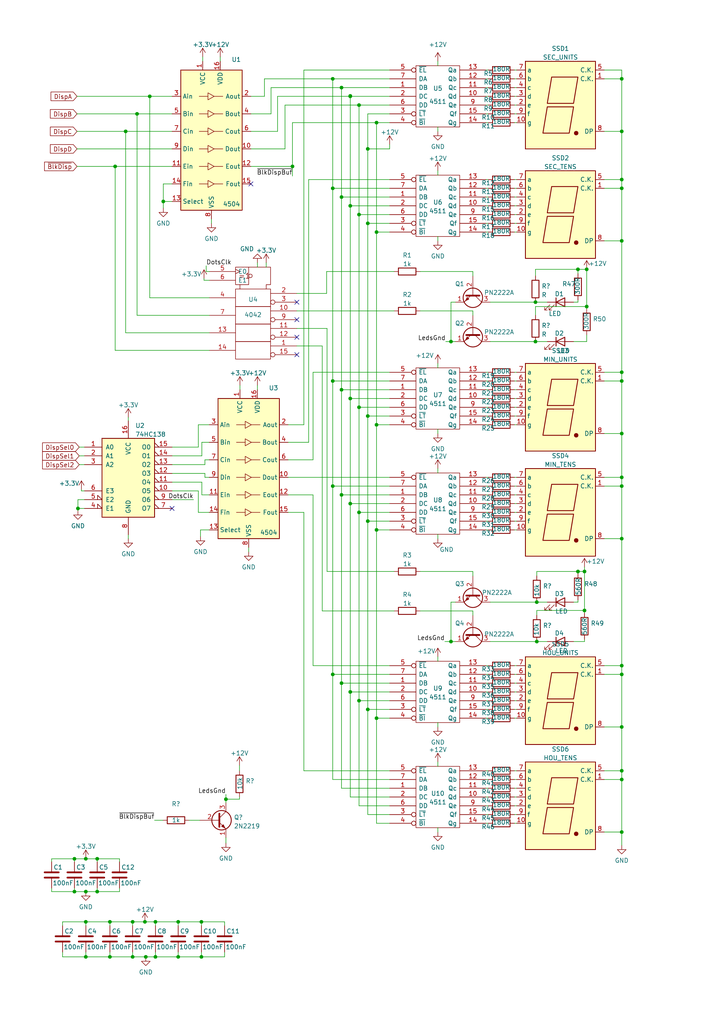
<source format=kicad_sch>
(kicad_sch (version 20211123) (generator eeschema)
  (paper "A4" portrait)
  (junction (at 180.34 223.52))
  (junction (at 101.6 115.57))
  (junction (at 180.34 210.82))
  (junction (at 130.81 186.055))
  (junction (at 28.194 249.047))
  (junction (at 180.34 38.1))
  (junction (at 180.34 54.61))
  (junction (at 31.877 267.335))
  (junction (at 24.892 258.572))
  (junction (at 167.64 78.105))
  (junction (at 96.52 195.58))
  (junction (at 109.22 67.31))
  (junction (at 84.836 48.26))
  (junction (at 33.401 48.26))
  (junction (at 101.6 27.813))
  (junction (at 51.689 267.335))
  (junction (at 104.14 118.11))
  (junction (at 106.68 43.18))
  (junction (at 39.751 33.02))
  (junction (at 45.085 267.335))
  (junction (at 101.6 59.69))
  (junction (at 180.34 195.58))
  (junction (at 99.06 143.51))
  (junction (at 99.06 25.4))
  (junction (at 42.037 267.335))
  (junction (at 24.892 267.335))
  (junction (at 96.52 22.86))
  (junction (at 24.892 277.495))
  (junction (at 99.06 57.15))
  (junction (at 58.42 267.335))
  (junction (at 180.34 107.95))
  (junction (at 180.34 138.43))
  (junction (at 104.14 30.48))
  (junction (at 170.18 88.9))
  (junction (at 38.481 277.495))
  (junction (at 104.14 203.2))
  (junction (at 31.877 277.495))
  (junction (at 36.449 38.1))
  (junction (at 104.14 62.23))
  (junction (at 155.321 99.06))
  (junction (at 109.22 153.67))
  (junction (at 22.606 147.447))
  (junction (at 180.34 193.04))
  (junction (at 155.702 186.055))
  (junction (at 155.321 87.63))
  (junction (at 180.34 22.86))
  (junction (at 180.34 226.06))
  (junction (at 28.194 258.572))
  (junction (at 169.545 177.038))
  (junction (at 169.545 165.735))
  (junction (at 109.22 208.28))
  (junction (at 180.34 140.97))
  (junction (at 58.42 277.495))
  (junction (at 24.892 249.047))
  (junction (at 180.34 241.3))
  (junction (at 65.532 231.775))
  (junction (at 104.14 148.59))
  (junction (at 101.6 146.05))
  (junction (at 99.06 113.03))
  (junction (at 45.085 277.495))
  (junction (at 21.59 258.572))
  (junction (at 167.64 165.735))
  (junction (at 106.68 151.13))
  (junction (at 106.68 120.65))
  (junction (at 170.18 78.105))
  (junction (at 43.434 27.94))
  (junction (at 42.291 277.495))
  (junction (at 101.6 200.66))
  (junction (at 109.22 35.56))
  (junction (at 180.34 125.73))
  (junction (at 51.689 277.495))
  (junction (at 38.481 267.335))
  (junction (at 130.81 99.06))
  (junction (at 101.6 27.94))
  (junction (at 96.52 140.97))
  (junction (at 155.702 174.625))
  (junction (at 106.68 64.77))
  (junction (at 21.59 249.047))
  (junction (at 96.52 54.61))
  (junction (at 106.68 205.74))
  (junction (at 96.52 110.49))
  (junction (at 109.22 123.19))
  (junction (at 180.34 110.49))
  (junction (at 180.34 156.21))
  (junction (at 180.34 52.07))
  (junction (at 99.06 198.12))
  (junction (at 47.371 58.42))
  (junction (at 180.34 69.85))
  (no_connect (at 86.106 92.71))
  (no_connect (at 86.106 102.87))
  (no_connect (at 86.106 97.79))
  (no_connect (at 86.106 87.63))
  (no_connect (at 49.911 147.447))
  (no_connect (at 72.771 53.34))
  (wire (pts (xy 140.97 226.06) (xy 141.605 226.06)))
  (wire (pts (xy 113.03 52.07) (xy 89.535 52.07)))
  (wire (pts (xy 96.52 195.58) (xy 113.03 195.58)))
  (wire (pts (xy 57.531 123.19) (xy 60.706 123.19)))
  (wire (pts (xy 99.06 198.12) (xy 99.06 228.6)))
  (wire (pts (xy 60.706 143.51) (xy 58.547 143.51)))
  (wire (pts (xy 127 220.98) (xy 127 222.25)))
  (wire (pts (xy 140.97 153.67) (xy 141.605 153.67)))
  (wire (pts (xy 149.225 228.6) (xy 149.86 228.6)))
  (wire (pts (xy 137.16 78.74) (xy 137.16 80.01)))
  (wire (pts (xy 121.92 78.74) (xy 137.16 78.74)))
  (wire (pts (xy 59.182 81.28) (xy 60.706 81.28)))
  (wire (pts (xy 86.106 95.25) (xy 94.869 95.25)))
  (wire (pts (xy 101.6 146.05) (xy 113.03 146.05)))
  (wire (pts (xy 59.436 134.747) (xy 59.436 133.35)))
  (wire (pts (xy 84.836 48.26) (xy 84.836 51.054)))
  (wire (pts (xy 72.771 38.1) (xy 80.518 38.1)))
  (wire (pts (xy 14.986 249.047) (xy 14.986 249.936)))
  (wire (pts (xy 51.689 276.098) (xy 51.689 277.495)))
  (wire (pts (xy 180.34 69.85) (xy 180.34 54.61)))
  (wire (pts (xy 140.97 27.94) (xy 141.605 27.94)))
  (wire (pts (xy 149.225 27.94) (xy 149.86 27.94)))
  (wire (pts (xy 109.22 123.19) (xy 113.03 123.19)))
  (wire (pts (xy 99.06 113.03) (xy 113.03 113.03)))
  (wire (pts (xy 180.34 226.06) (xy 180.34 241.3)))
  (wire (pts (xy 149.225 120.65) (xy 149.86 120.65)))
  (wire (pts (xy 89.535 128.27) (xy 83.566 128.27)))
  (wire (pts (xy 34.671 258.572) (xy 28.194 258.572)))
  (wire (pts (xy 140.97 59.69) (xy 141.605 59.69)))
  (wire (pts (xy 140.97 203.2) (xy 141.605 203.2)))
  (wire (pts (xy 22.606 147.447) (xy 22.606 148.082)))
  (wire (pts (xy 39.751 91.44) (xy 39.751 33.02)))
  (wire (pts (xy 90.805 107.95) (xy 113.03 107.95)))
  (wire (pts (xy 175.26 125.73) (xy 180.34 125.73)))
  (wire (pts (xy 113.03 43.18) (xy 106.68 43.18)))
  (wire (pts (xy 65.151 267.335) (xy 65.151 268.478)))
  (wire (pts (xy 127 124.46) (xy 127 125.73)))
  (wire (pts (xy 61.341 63.5) (xy 61.341 64.77)))
  (wire (pts (xy 170.18 88.9) (xy 170.18 89.535)))
  (wire (pts (xy 57.531 142.367) (xy 57.531 148.59)))
  (wire (pts (xy 127 68.58) (xy 127 69.85)))
  (wire (pts (xy 149.225 62.23) (xy 149.86 62.23)))
  (wire (pts (xy 149.225 198.12) (xy 149.86 198.12)))
  (wire (pts (xy 57.531 129.667) (xy 57.531 123.19)))
  (wire (pts (xy 23.622 141.986) (xy 23.622 142.367)))
  (wire (pts (xy 140.97 236.22) (xy 141.605 236.22)))
  (wire (pts (xy 140.97 146.05) (xy 141.605 146.05)))
  (wire (pts (xy 149.225 110.49) (xy 149.86 110.49)))
  (wire (pts (xy 137.16 90.17) (xy 137.16 91.44)))
  (wire (pts (xy 89.535 52.07) (xy 89.535 128.27)))
  (wire (pts (xy 140.97 205.74) (xy 141.605 205.74)))
  (wire (pts (xy 170.18 99.06) (xy 170.18 97.155)))
  (wire (pts (xy 104.14 233.68) (xy 113.03 233.68)))
  (wire (pts (xy 37.211 121.031) (xy 37.211 122.047)))
  (wire (pts (xy 101.6 115.57) (xy 101.6 146.05)))
  (wire (pts (xy 72.771 43.18) (xy 82.677 43.18)))
  (wire (pts (xy 180.34 223.52) (xy 180.34 226.06)))
  (wire (pts (xy 99.06 25.4) (xy 113.03 25.4)))
  (wire (pts (xy 49.911 139.827) (xy 58.547 139.827)))
  (wire (pts (xy 127 36.83) (xy 127 38.1)))
  (wire (pts (xy 101.6 59.69) (xy 113.03 59.69)))
  (wire (pts (xy 58.42 267.335) (xy 58.42 268.478)))
  (wire (pts (xy 169.545 165.735) (xy 169.545 177.038)))
  (wire (pts (xy 21.59 249.047) (xy 14.986 249.047)))
  (wire (pts (xy 21.59 257.556) (xy 21.59 258.572)))
  (wire (pts (xy 54.864 237.871) (xy 57.912 237.871)))
  (wire (pts (xy 65.532 231.775) (xy 65.532 232.791)))
  (wire (pts (xy 127 49.53) (xy 127 50.8)))
  (wire (pts (xy 106.68 33.02) (xy 106.68 43.18)))
  (wire (pts (xy 113.03 33.02) (xy 106.68 33.02)))
  (wire (pts (xy 106.68 151.13) (xy 113.03 151.13)))
  (wire (pts (xy 140.97 118.11) (xy 141.605 118.11)))
  (wire (pts (xy 101.6 27.94) (xy 101.6 27.813)))
  (wire (pts (xy 22.352 27.94) (xy 43.434 27.94)))
  (wire (pts (xy 24.892 249.047) (xy 28.194 249.047)))
  (wire (pts (xy 58.547 128.27) (xy 60.706 128.27)))
  (wire (pts (xy 113.03 110.49) (xy 96.52 110.49)))
  (wire (pts (xy 49.911 137.287) (xy 59.436 137.287)))
  (wire (pts (xy 175.26 226.06) (xy 180.34 226.06)))
  (wire (pts (xy 140.97 33.02) (xy 141.605 33.02)))
  (wire (pts (xy 43.434 27.94) (xy 49.911 27.94)))
  (wire (pts (xy 22.352 38.1) (xy 36.449 38.1)))
  (wire (pts (xy 69.469 231.14) (xy 69.469 231.775)))
  (wire (pts (xy 104.14 148.59) (xy 104.14 203.2)))
  (wire (pts (xy 113.03 193.04) (xy 90.805 193.04)))
  (wire (pts (xy 149.225 151.13) (xy 149.86 151.13)))
  (wire (pts (xy 88.138 20.32) (xy 88.138 123.19)))
  (wire (pts (xy 38.481 267.335) (xy 42.037 267.335)))
  (wire (pts (xy 58.42 277.495) (xy 51.689 277.495)))
  (wire (pts (xy 140.97 238.76) (xy 141.605 238.76)))
  (wire (pts (xy 65.532 230.378) (xy 65.532 231.775)))
  (wire (pts (xy 96.52 140.97) (xy 113.03 140.97)))
  (wire (pts (xy 28.194 249.047) (xy 34.671 249.047)))
  (wire (pts (xy 180.34 210.82) (xy 175.26 210.82)))
  (wire (pts (xy 167.64 174.625) (xy 167.64 173.99)))
  (wire (pts (xy 104.14 30.48) (xy 104.14 62.23)))
  (wire (pts (xy 96.52 54.61) (xy 113.03 54.61)))
  (wire (pts (xy 121.92 165.735) (xy 137.16 165.735)))
  (wire (pts (xy 96.52 22.86) (xy 113.03 22.86)))
  (wire (pts (xy 130.81 186.055) (xy 132.08 186.055)))
  (wire (pts (xy 88.138 148.59) (xy 88.138 223.52)))
  (wire (pts (xy 149.225 30.48) (xy 149.86 30.48)))
  (wire (pts (xy 109.22 208.28) (xy 113.03 208.28)))
  (wire (pts (xy 78.613 25.4) (xy 99.06 25.4)))
  (wire (pts (xy 104.14 203.2) (xy 104.14 233.68)))
  (wire (pts (xy 113.03 238.76) (xy 109.22 238.76)))
  (wire (pts (xy 22.352 48.26) (xy 33.401 48.26)))
  (wire (pts (xy 104.14 118.11) (xy 104.14 148.59)))
  (wire (pts (xy 33.401 48.26) (xy 49.911 48.26)))
  (wire (pts (xy 38.481 277.495) (xy 42.291 277.495)))
  (wire (pts (xy 149.225 208.28) (xy 149.86 208.28)))
  (wire (pts (xy 18.161 267.335) (xy 24.892 267.335)))
  (wire (pts (xy 93.472 177.165) (xy 93.472 100.33)))
  (wire (pts (xy 175.26 54.61) (xy 180.34 54.61)))
  (wire (pts (xy 140.97 148.59) (xy 141.605 148.59)))
  (wire (pts (xy 142.24 99.06) (xy 155.321 99.06)))
  (wire (pts (xy 78.613 25.4) (xy 78.613 33.02)))
  (wire (pts (xy 140.97 113.03) (xy 141.605 113.03)))
  (wire (pts (xy 149.225 57.15) (xy 149.86 57.15)))
  (wire (pts (xy 180.34 107.95) (xy 180.34 110.49)))
  (wire (pts (xy 18.161 277.495) (xy 24.892 277.495)))
  (wire (pts (xy 24.892 276.098) (xy 24.892 277.495)))
  (wire (pts (xy 99.06 143.51) (xy 99.06 198.12)))
  (wire (pts (xy 106.68 151.13) (xy 106.68 205.74)))
  (wire (pts (xy 47.371 53.34) (xy 47.371 58.42)))
  (wire (pts (xy 167.64 165.735) (xy 169.545 165.735)))
  (wire (pts (xy 149.225 107.95) (xy 149.86 107.95)))
  (wire (pts (xy 180.34 54.61) (xy 180.34 52.07)))
  (wire (pts (xy 34.671 257.556) (xy 34.671 258.572)))
  (wire (pts (xy 140.97 35.56) (xy 141.605 35.56)))
  (wire (pts (xy 109.22 67.31) (xy 109.22 123.19)))
  (wire (pts (xy 45.085 267.335) (xy 45.085 268.478)))
  (wire (pts (xy 22.987 132.207) (xy 24.511 132.207)))
  (wire (pts (xy 140.97 228.6) (xy 141.605 228.6)))
  (wire (pts (xy 106.68 120.65) (xy 106.68 151.13)))
  (wire (pts (xy 59.436 138.43) (xy 60.706 138.43)))
  (wire (pts (xy 96.52 195.58) (xy 96.52 140.97)))
  (wire (pts (xy 83.566 143.51) (xy 90.805 143.51)))
  (wire (pts (xy 31.877 276.098) (xy 31.877 277.495)))
  (wire (pts (xy 37.211 155.067) (xy 37.211 156.21)))
  (wire (pts (xy 127 17.78) (xy 127 19.05)))
  (wire (pts (xy 109.22 67.31) (xy 113.03 67.31)))
  (wire (pts (xy 175.26 107.95) (xy 180.34 107.95)))
  (wire (pts (xy 180.34 210.82) (xy 180.34 223.52)))
  (wire (pts (xy 140.97 233.68) (xy 141.605 233.68)))
  (wire (pts (xy 149.225 113.03) (xy 149.86 113.03)))
  (wire (pts (xy 109.22 153.67) (xy 113.03 153.67)))
  (wire (pts (xy 36.449 38.1) (xy 49.911 38.1)))
  (wire (pts (xy 90.805 107.95) (xy 90.805 133.35)))
  (wire (pts (xy 155.321 78.105) (xy 155.321 80.01)))
  (wire (pts (xy 175.26 140.97) (xy 180.34 140.97)))
  (wire (pts (xy 96.52 140.97) (xy 96.52 110.49)))
  (wire (pts (xy 99.06 57.15) (xy 113.03 57.15)))
  (wire (pts (xy 155.702 174.625) (xy 158.75 174.625)))
  (wire (pts (xy 88.138 123.19) (xy 83.566 123.19)))
  (wire (pts (xy 149.225 123.19) (xy 149.86 123.19)))
  (wire (pts (xy 169.545 164.465) (xy 169.545 165.735)))
  (wire (pts (xy 109.22 35.56) (xy 109.22 67.31)))
  (wire (pts (xy 149.225 52.07) (xy 149.86 52.07)))
  (wire (pts (xy 76.708 22.86) (xy 96.52 22.86)))
  (wire (pts (xy 49.911 129.667) (xy 57.531 129.667)))
  (wire (pts (xy 167.64 78.105) (xy 170.18 78.105)))
  (wire (pts (xy 47.371 58.42) (xy 49.911 58.42)))
  (wire (pts (xy 140.97 64.77) (xy 141.605 64.77)))
  (wire (pts (xy 175.26 20.32) (xy 180.34 20.32)))
  (wire (pts (xy 44.831 237.871) (xy 47.244 237.871)))
  (wire (pts (xy 140.97 123.19) (xy 141.605 123.19)))
  (wire (pts (xy 99.06 143.51) (xy 113.03 143.51)))
  (wire (pts (xy 149.225 205.74) (xy 149.86 205.74)))
  (wire (pts (xy 149.225 115.57) (xy 149.86 115.57)))
  (wire (pts (xy 142.24 174.625) (xy 155.702 174.625)))
  (wire (pts (xy 140.97 193.04) (xy 141.605 193.04)))
  (wire (pts (xy 149.225 20.32) (xy 149.86 20.32)))
  (wire (pts (xy 43.434 86.36) (xy 60.706 86.36)))
  (wire (pts (xy 175.26 69.85) (xy 180.34 69.85)))
  (wire (pts (xy 88.138 223.52) (xy 113.03 223.52)))
  (wire (pts (xy 101.6 200.66) (xy 113.03 200.66)))
  (wire (pts (xy 90.805 193.04) (xy 90.805 143.51)))
  (wire (pts (xy 137.16 165.735) (xy 137.16 167.005)))
  (wire (pts (xy 24.892 267.335) (xy 31.877 267.335)))
  (wire (pts (xy 121.92 177.165) (xy 137.16 177.165)))
  (wire (pts (xy 175.26 223.52) (xy 180.34 223.52)))
  (wire (pts (xy 104.14 203.2) (xy 113.03 203.2)))
  (wire (pts (xy 106.68 43.18) (xy 106.68 64.77)))
  (wire (pts (xy 149.225 22.86) (xy 149.86 22.86)))
  (wire (pts (xy 96.52 22.86) (xy 96.52 54.61)))
  (wire (pts (xy 58.801 16.51) (xy 58.801 17.78)))
  (wire (pts (xy 149.225 35.56) (xy 149.86 35.56)))
  (wire (pts (xy 58.547 139.827) (xy 58.547 143.51)))
  (wire (pts (xy 127 240.03) (xy 127 241.3)))
  (wire (pts (xy 80.518 27.94) (xy 101.6 27.94)))
  (wire (pts (xy 149.225 231.14) (xy 149.86 231.14)))
  (wire (pts (xy 104.14 148.59) (xy 113.03 148.59)))
  (wire (pts (xy 149.225 64.77) (xy 149.86 64.77)))
  (wire (pts (xy 94.869 165.735) (xy 94.869 95.25)))
  (wire (pts (xy 180.34 193.04) (xy 180.34 195.58)))
  (wire (pts (xy 140.97 30.48) (xy 141.605 30.48)))
  (wire (pts (xy 38.481 276.098) (xy 38.481 277.495)))
  (wire (pts (xy 140.97 195.58) (xy 141.605 195.58)))
  (wire (pts (xy 149.225 25.4) (xy 149.86 25.4)))
  (wire (pts (xy 59.436 137.287) (xy 59.436 138.43)))
  (wire (pts (xy 99.06 228.6) (xy 113.03 228.6)))
  (wire (pts (xy 106.68 205.74) (xy 106.68 236.22)))
  (wire (pts (xy 65.151 267.335) (xy 58.42 267.335)))
  (wire (pts (xy 140.97 231.14) (xy 141.605 231.14)))
  (wire (pts (xy 140.97 138.43) (xy 141.605 138.43)))
  (wire (pts (xy 155.321 88.9) (xy 170.18 88.9)))
  (wire (pts (xy 155.702 186.055) (xy 158.75 186.055)))
  (wire (pts (xy 149.225 226.06) (xy 149.86 226.06)))
  (wire (pts (xy 140.97 67.31) (xy 141.605 67.31)))
  (wire (pts (xy 180.34 241.3) (xy 180.34 245.11)))
  (wire (pts (xy 43.434 27.94) (xy 43.434 86.36)))
  (wire (pts (xy 140.97 107.95) (xy 141.605 107.95)))
  (wire (pts (xy 22.352 43.18) (xy 49.911 43.18)))
  (wire (pts (xy 140.97 62.23) (xy 141.605 62.23)))
  (wire (pts (xy 58.42 276.098) (xy 58.42 277.495)))
  (wire (pts (xy 149.225 203.2) (xy 149.86 203.2)))
  (wire (pts (xy 155.702 177.038) (xy 155.702 178.435)))
  (wire (pts (xy 114.3 165.735) (xy 94.869 165.735)))
  (wire (pts (xy 113.03 30.48) (xy 104.14 30.48)))
  (wire (pts (xy 149.225 67.31) (xy 149.86 67.31)))
  (wire (pts (xy 49.911 134.747) (xy 59.436 134.747)))
  (wire (pts (xy 51.689 277.495) (xy 45.085 277.495)))
  (wire (pts (xy 166.37 87.63) (xy 167.64 87.63)))
  (wire (pts (xy 149.225 143.51) (xy 149.86 143.51)))
  (wire (pts (xy 127 105.41) (xy 127 106.68)))
  (wire (pts (xy 166.37 174.625) (xy 167.64 174.625)))
  (wire (pts (xy 49.911 53.34) (xy 47.371 53.34)))
  (wire (pts (xy 99.06 198.12) (xy 113.03 198.12)))
  (wire (pts (xy 109.22 153.67) (xy 109.22 123.19)))
  (wire (pts (xy 59.817 77.089) (xy 59.817 78.74)))
  (wire (pts (xy 14.986 258.572) (xy 21.59 258.572)))
  (wire (pts (xy 72.771 33.02) (xy 78.613 33.02)))
  (wire (pts (xy 69.596 111.76) (xy 69.596 113.03)))
  (wire (pts (xy 142.24 87.63) (xy 155.321 87.63)))
  (wire (pts (xy 180.34 69.85) (xy 180.34 107.95)))
  (wire (pts (xy 127 209.55) (xy 127 210.82)))
  (wire (pts (xy 74.676 111.76) (xy 74.676 113.03)))
  (wire (pts (xy 49.911 132.207) (xy 58.547 132.207)))
  (wire (pts (xy 24.511 144.907) (xy 22.606 144.907)))
  (wire (pts (xy 175.26 195.58) (xy 180.34 195.58)))
  (wire (pts (xy 155.321 99.06) (xy 158.75 99.06)))
  (wire (pts (xy 169.545 185.42) (xy 169.545 186.055)))
  (wire (pts (xy 130.81 174.625) (xy 130.81 186.055)))
  (wire (pts (xy 47.371 58.42) (xy 47.371 60.325)))
  (wire (pts (xy 130.81 99.06) (xy 132.08 99.06)))
  (wire (pts (xy 86.106 90.17) (xy 114.3 90.17)))
  (wire (pts (xy 114.3 177.165) (xy 93.472 177.165)))
  (wire (pts (xy 149.225 195.58) (xy 149.86 195.58)))
  (wire (pts (xy 149.225 200.66) (xy 149.86 200.66)))
  (wire (pts (xy 63.881 16.51) (xy 63.881 17.78)))
  (wire (pts (xy 22.606 144.907) (xy 22.606 147.447)))
  (wire (pts (xy 101.6 200.66) (xy 101.6 231.14)))
  (wire (pts (xy 58.547 132.207) (xy 58.547 128.27)))
  (wire (pts (xy 69.469 231.775) (xy 65.532 231.775)))
  (wire (pts (xy 69.469 221.996) (xy 69.469 223.52)))
  (wire (pts (xy 149.225 138.43) (xy 149.86 138.43)))
  (wire (pts (xy 175.26 156.21) (xy 180.34 156.21)))
  (wire (pts (xy 149.225 236.22) (xy 149.86 236.22)))
  (wire (pts (xy 175.26 52.07) (xy 180.34 52.07)))
  (wire (pts (xy 23.622 142.367) (xy 24.511 142.367)))
  (wire (pts (xy 59.182 80.772) (xy 59.182 81.28)))
  (wire (pts (xy 140.97 20.32) (xy 141.605 20.32)))
  (wire (pts (xy 140.97 208.28) (xy 141.605 208.28)))
  (wire (pts (xy 36.449 96.52) (xy 36.449 38.1)))
  (wire (pts (xy 65.151 276.098) (xy 65.151 277.495)))
  (wire (pts (xy 86.106 85.09) (xy 94.742 85.09)))
  (wire (pts (xy 65.532 242.951) (xy 65.532 244.475)))
  (wire (pts (xy 149.225 238.76) (xy 149.86 238.76)))
  (wire (pts (xy 167.64 78.105) (xy 155.321 78.105)))
  (wire (pts (xy 31.877 277.495) (xy 38.481 277.495)))
  (wire (pts (xy 149.225 146.05) (xy 149.86 146.05)))
  (wire (pts (xy 18.161 268.478) (xy 18.161 267.335)))
  (wire (pts (xy 42.291 277.495) (xy 45.085 277.495)))
  (wire (pts (xy 114.3 78.74) (xy 94.742 78.74)))
  (wire (pts (xy 39.751 33.02) (xy 49.911 33.02)))
  (wire (pts (xy 180.34 22.86) (xy 175.26 22.86)))
  (wire (pts (xy 74.676 76.2) (xy 74.676 77.47)))
  (wire (pts (xy 155.702 165.735) (xy 167.64 165.735)))
  (wire (pts (xy 45.085 276.098) (xy 45.085 277.495)))
  (wire (pts (xy 18.161 276.098) (xy 18.161 277.495)))
  (wire (pts (xy 86.106 100.33) (xy 93.472 100.33)))
  (wire (pts (xy 42.037 267.335) (xy 45.085 267.335)))
  (wire (pts (xy 14.986 257.556) (xy 14.986 258.572)))
  (wire (pts (xy 180.34 140.97) (xy 180.34 156.21)))
  (wire (pts (xy 84.836 35.56) (xy 84.836 48.26)))
  (wire (pts (xy 155.321 87.63) (xy 158.75 87.63)))
  (wire (pts (xy 149.225 54.61) (xy 149.86 54.61)))
  (wire (pts (xy 180.34 110.49) (xy 180.34 125.73)))
  (wire (pts (xy 149.225 118.11) (xy 149.86 118.11)))
  (wire (pts (xy 127 154.94) (xy 127 156.21)))
  (wire (pts (xy 166.37 99.06) (xy 170.18 99.06)))
  (wire (pts (xy 59.436 133.35) (xy 60.706 133.35)))
  (wire (pts (xy 28.194 258.572) (xy 28.194 257.556)))
  (wire (pts (xy 149.225 153.67) (xy 149.86 153.67)))
  (wire (pts (xy 140.97 22.86) (xy 141.605 22.86)))
  (wire (pts (xy 140.97 140.97) (xy 141.605 140.97)))
  (wire (pts (xy 113.03 226.06) (xy 96.52 226.06)))
  (wire (pts (xy 149.225 140.97) (xy 149.86 140.97)))
  (wire (pts (xy 121.92 90.17) (xy 137.16 90.17)))
  (wire (pts (xy 58.166 153.67) (xy 60.706 153.67)))
  (wire (pts (xy 140.97 25.4) (xy 141.605 25.4)))
  (wire (pts (xy 140.97 54.61) (xy 141.605 54.61)))
  (wire (pts (xy 180.34 20.32) (xy 180.34 22.86)))
  (wire (pts (xy 83.566 133.35) (xy 90.805 133.35)))
  (wire (pts (xy 51.689 267.335) (xy 51.689 268.478)))
  (wire (pts (xy 149.225 223.52) (xy 149.86 223.52)))
  (wire (pts (xy 167.64 78.105) (xy 167.64 79.375)))
  (wire (pts (xy 140.97 200.66) (xy 141.605 200.66)))
  (wire (pts (xy 140.97 151.13) (xy 141.605 151.13)))
  (wire (pts (xy 104.14 62.23) (xy 104.14 118.11)))
  (wire (pts (xy 140.97 223.52) (xy 141.605 223.52)))
  (wire (pts (xy 180.34 195.58) (xy 180.34 210.82)))
  (wire (pts (xy 140.97 110.49) (xy 141.605 110.49)))
  (wire (pts (xy 175.26 193.04) (xy 180.34 193.04)))
  (wire (pts (xy 83.566 148.59) (xy 88.138 148.59)))
  (wire (pts (xy 175.26 138.43) (xy 180.34 138.43)))
  (wire (pts (xy 132.08 87.63) (xy 130.81 87.63)))
  (wire (pts (xy 127 135.89) (xy 127 137.16)))
  (wire (pts (xy 180.34 156.21) (xy 180.34 193.04)))
  (wire (pts (xy 49.911 142.367) (xy 57.531 142.367)))
  (wire (pts (xy 34.671 249.936) (xy 34.671 249.047)))
  (wire (pts (xy 22.352 33.02) (xy 39.751 33.02)))
  (wire (pts (xy 106.68 64.77) (xy 106.68 120.65)))
  (wire (pts (xy 21.59 258.572) (xy 24.892 258.572)))
  (wire (pts (xy 109.22 208.28) (xy 109.22 153.67)))
  (wire (pts (xy 65.151 277.495) (xy 58.42 277.495)))
  (wire (pts (xy 72.771 48.26) (xy 84.836 48.26)))
  (wire (pts (xy 39.751 91.44) (xy 60.706 91.44)))
  (wire (pts (xy 104.14 118.11) (xy 113.03 118.11)))
  (wire (pts (xy 33.401 101.6) (xy 60.706 101.6)))
  (wire (pts (xy 58.42 267.335) (xy 51.689 267.335)))
  (wire (pts (xy 24.892 258.572) (xy 28.194 258.572)))
  (wire (pts (xy 149.225 233.68) (xy 149.86 233.68)))
  (wire (pts (xy 155.702 165.735) (xy 155.702 167.005)))
  (wire (pts (xy 33.401 101.6) (xy 33.401 48.26)))
  (wire (pts (xy 99.06 113.03) (xy 99.06 143.51)))
  (wire (pts (xy 167.64 166.37) (xy 167.64 165.735)))
  (wire (pts (xy 127 190.5) (xy 127 191.77)))
  (wire (pts (xy 149.225 33.02) (xy 149.86 33.02)))
  (wire (pts (xy 130.81 87.63) (xy 130.81 99.06)))
  (wire (pts (xy 76.708 22.86) (xy 76.708 27.94)))
  (wire (pts (xy 22.606 147.447) (xy 24.511 147.447)))
  (wire (pts (xy 24.892 267.335) (xy 24.892 268.478)))
  (wire (pts (xy 72.771 27.94) (xy 76.708 27.94)))
  (wire (pts (xy 49.911 144.907) (xy 56.134 144.907)))
  (wire (pts (xy 140.97 52.07) (xy 141.605 52.07)))
  (wire (pts (xy 140.97 120.65) (xy 141.605 120.65)))
  (wire (pts (xy 101.6 115.57) (xy 113.03 115.57)))
  (wire (pts (xy 106.68 120.65) (xy 113.03 120.65)))
  (wire (pts (xy 132.08 174.625) (xy 130.81 174.625)))
  (wire (pts (xy 101.6 27.94) (xy 101.6 59.69)))
  (wire (pts (xy 140.97 143.51) (xy 141.605 143.51)))
  (wire (pts (xy 99.06 25.4) (xy 99.06 57.15)))
  (wire (pts (xy 80.518 38.1) (xy 80.518 27.94)))
  (wire (pts (xy 129.032 186.055) (xy 130.81 186.055)))
  (wire (pts (xy 22.987 134.747) (xy 24.511 134.747)))
  (wire (pts (xy 113.03 20.32) (xy 88.138 20.32)))
  (wire (pts (xy 24.892 249.047) (xy 21.59 249.047)))
  (wire (pts (xy 109.22 238.76) (xy 109.22 208.28)))
  (wire (pts (xy 170.18 78.105) (xy 170.18 88.9)))
  (wire (pts (xy 106.68 205.74) (xy 113.03 205.74)))
  (wire (pts (xy 155.321 91.44) (xy 155.321 88.9)))
  (wire (pts (xy 140.97 115.57) (xy 141.605 115.57)))
  (wire (pts (xy 175.26 241.3) (xy 180.34 241.3)))
  (wire (pts (xy 57.531 148.59) (xy 60.706 148.59)))
  (wire (pts (xy 21.59 249.047) (xy 21.59 249.936)))
  (wire (pts (xy 166.37 186.055) (xy 169.545 186.055)))
  (wire (pts (xy 149.225 59.69) (xy 149.86 59.69)))
  (wire (pts (xy 22.987 129.667) (xy 24.511 129.667)))
  (wire (pts (xy 137.16 177.165) (xy 137.16 178.435)))
  (wire (pts (xy 24.892 277.495) (xy 31.877 277.495)))
  (wire (pts (xy 101.6 59.69) (xy 101.6 115.57)))
  (wire (pts (xy 38.481 267.335) (xy 38.481 268.478)))
  (wire (pts (xy 82.677 30.48) (xy 82.677 43.18)))
  (wire (pts (xy 180.34 38.1) (xy 180.34 22.86)))
  (wire (pts (xy 167.64 86.995) (xy 167.64 87.63)))
  (wire (pts (xy 106.68 236.22) (xy 113.03 236.22)))
  (wire (pts (xy 96.52 226.06) (xy 96.52 195.58)))
  (wire (pts (xy 113.03 41.91) (xy 113.03 43.18)))
  (wire (pts (xy 142.24 186.055) (xy 155.702 186.055)))
  (wire (pts (xy 94.742 78.74) (xy 94.742 85.09)))
  (wire (pts (xy 84.836 35.56) (xy 109.22 35.56)))
  (wire (pts (xy 82.677 30.48) (xy 104.14 30.48)))
  (wire (pts (xy 175.26 110.49) (xy 180.34 110.49)))
  (wire (pts (xy 180.34 52.07) (xy 180.34 38.1)))
  (wire (pts (xy 72.136 158.75) (xy 72.136 160.02)))
  (wire (pts (xy 149.225 148.59) (xy 149.86 148.59)))
  (wire (pts (xy 99.06 57.15) (xy 99.06 113.03)))
  (wire (pts (xy 59.817 78.74) (xy 60.706 78.74)))
  (wire (pts (xy 101.6 146.05) (xy 101.6 200.66)))
  (wire (pts (xy 31.877 267.335) (xy 38.481 267.335)))
  (wire (pts (xy 155.702 177.038) (xy 169.545 177.038)))
  (wire (pts (xy 36.449 96.52) (xy 60.706 96.52)))
  (wire (pts (xy 58.166 153.67) (xy 58.166 155.575)))
  (wire (pts (xy 129.286 99.06) (xy 130.81 99.06)))
  (wire (pts (xy 149.225 193.04) (xy 149.86 193.04)))
  (wire (pts (xy 104.14 62.23) (xy 113.03 62.23)))
  (wire (pts (xy 140.97 57.15) (xy 141.605 57.15)))
  (wire (pts (xy 140.97 198.12) (xy 141.605 198.12)))
  (wire (pts (xy 101.6 231.14) (xy 113.03 231.14)))
  (wire (pts (xy 180.34 138.43) (xy 180.34 140.97)))
  (wire (pts (xy 169.545 177.038) (xy 169.545 177.8)))
  (wire (pts (xy 28.194 249.047) (xy 28.194 249.936)))
  (wire (pts (xy 51.689 267.335) (xy 45.085 267.335)))
  (wire (pts (xy 77.216 76.2) (xy 77.216 77.47)))
  (wire (pts (xy 96.52 54.61) (xy 96.52 110.49)))
  (wire (pts (xy 113.03 35.56) (xy 109.22 35.56)))
  (wire (pts (xy 113.03 27.94) (xy 101.6 27.94)))
  (wire (pts (xy 31.877 267.335) (xy 31.877 268.478)))
  (wire (pts (xy 180.34 125.73) (xy 180.34 138.43)))
  (wire (pts (xy 106.68 64.77) (xy 113.03 64.77)))
  (wire (pts (xy 175.26 38.1) (xy 180.34 38.1)))
  (wire (pts (xy 83.566 138.43) (xy 113.03 138.43)))
  (label "LedsGnd" (at 129.286 99.06 180))
  (label "~{BlkDispBuf}" (at 84.836 51.054 180))
  (label "LedsGnd" (at 65.532 230.378 180))
  (label "DotsClk" (at 59.817 77.089 0))
  (label "LedsGnd" (at 129.032 186.055 180))
  (label "~{BlkDispBuf}" (at 44.831 237.871 180))
  (label "DotsClk" (at 56.134 144.907 180))
  (global_label "DispSel0" (shape input) (at 22.987 129.667 180) (property "Intersheet References" "${INTERSHEET_REFS}" (effects hide)))
  (global_label "DispSel2" (shape input) (at 22.987 134.747 180) (property "Intersheet References" "${INTERSHEET_REFS}" (effects hide)))
  (global_label "DispD" (shape input) (at 22.352 43.18 180) (property "Intersheet References" "${INTERSHEET_REFS}" (effects hide)))
  (global_label "DispB" (shape input) (at 22.352 33.02 180) (property "Intersheet References" "${INTERSHEET_REFS}" (effects hide)))
  (global_label "~{BlkDisp}" (shape input) (at 22.352 48.26 180) (property "Intersheet References" "${INTERSHEET_REFS}" (effects hide)))
  (global_label "DispSel1" (shape input) (at 22.987 132.207 180) (property "Intersheet References" "${INTERSHEET_REFS}" (effects hide)))
  (global_label "DispC" (shape input) (at 22.352 38.1 180) (property "Intersheet References" "${INTERSHEET_REFS}" (effects hide)))
  (global_label "DispA" (shape input) (at 22.352 27.94 180) (property "Intersheet References" "${INTERSHEET_REFS}" (effects hide)))
  (symbol (lib_id "power:+12V") (at 170.18 78.105 0) (unit 1)
    (property "Reference" "#PWR0113" (effects hide))
    (property "Value" "+12V" (at 173.355 76.4342 0))
  )
  (symbol (lib_id "power:GND") (at 127 69.85 0) (unit 1)
    (property "Reference" "#PWR0114" (effects hide))
    (property "Value" "GND" (at 127 74.2934 0))
  )
  (symbol (lib_id "power:+3.3V") (at 69.596 111.76 0) (unit 1)
    (property "Reference" "#PWR0130" (effects hide))
    (property "Value" "+3.3V" (at 69.596 108.1842 0))
  )
  (symbol (lib_id "Library:LSD230A") (at 163.83 233.68 0) (unit 1)
    (property "Reference" "SSD6" (at 162.56 217.2802 0))
    (property "Value" "HOU_TENS" (at 162.56 219.8171 0))
    (property "Footprint" "Library:LSD230A" (effects hide))
  )
  (symbol (lib_id "Transistor_BJT:PN2222A") (at 137.16 96.52 270) (unit 1)
    (property "Reference" "Q2" (at 133.35 93.7498 90))
    (property "Value" "PN2222A" (at 144.78 96.2867 90))
    (property "Footprint" "Package_TO_SOT_THT:TO-92_Inline" (effects hide))
    (property "Datasheet" "https://www.onsemi.com/pub/Collateral/PN2222-D.PDF" (effects hide))
  )
  (symbol (lib_id "Device:R") (at 118.11 90.17 90) (unit 1)
    (property "Reference" "R2" (at 118.11 85.4542 90))
    (property "Value" "1k" (at 118.11 87.9911 90))
    (property "Footprint" "Resistor_THT:R_Axial_DIN0207_L6.3mm_D2.5mm_P7.62mm_Horizontal" (effects hide))
  )
  (symbol (lib_id "Device:C") (at 38.481 272.288 0) (unit 1)
    (property "Reference" "C7" (at 38.989 270.0563 0) (effects (justify left)))
    (property "Value" "100nF" (at 38.735 274.6252 0) (effects (justify left)))
    (property "Footprint" "Capacitor_THT:C_Disc_D5.0mm_W2.5mm_P5.00mm" (effects hide))
  )
  (symbol (lib_id "Device:R") (at 145.415 143.51 90) (unit 1)
    (property "Reference" "R28" (at 141.605 144.5092 90))
    (property "Value" "180R" (at 145.415 143.2361 90))
    (property "Footprint" "Resistor_THT:R_Axial_DIN0207_L6.3mm_D2.5mm_P7.62mm_Horizontal" (effects hide))
  )
  (symbol (lib_id "Device:R") (at 145.415 231.14 90) (unit 1)
    (property "Reference" "R43" (at 141.605 232.1392 90))
    (property "Value" "180R" (at 145.415 230.8661 90))
    (property "Footprint" "Resistor_THT:R_Axial_DIN0207_L6.3mm_D2.5mm_P7.62mm_Horizontal" (effects hide))
  )
  (symbol (lib_id "Transistor_BJT:2N2219") (at 62.992 237.871 0) (unit 1)
    (property "Reference" "Q?" (at 67.8434 237.0363 0) (effects (justify left)))
    (property "Value" "2N2219" (at 67.8434 239.5732 0) (effects (justify left)))
    (property "Footprint" "Package_TO_SOT_THT:TO-39-3" (effects hide))
    (property "Datasheet" "http://www.onsemi.com/pub_link/Collateral/2N2219-D.PDF" (effects hide))
  )
  (symbol (lib_id "Device:C") (at 14.986 253.746 0) (unit 1)
    (property "Reference" "C1" (at 15.494 251.5143 0) (effects (justify left)))
    (property "Value" "100nF" (at 15.24 256.0832 0) (effects (justify left)))
    (property "Footprint" "Capacitor_THT:C_Disc_D5.0mm_W2.5mm_P5.00mm" (effects hide))
  )
  (symbol (lib_id "Device:R") (at 145.415 138.43 90) (unit 1)
    (property "Reference" "R26" (at 141.605 139.4292 90))
    (property "Value" "180R" (at 145.415 138.1561 90))
    (property "Footprint" "Resistor_THT:R_Axial_DIN0207_L6.3mm_D2.5mm_P7.62mm_Horizontal" (effects hide))
  )
  (symbol (lib_id "Device:R") (at 145.415 193.04 90) (unit 1)
    (property "Reference" "R33" (at 141.605 194.0392 90))
    (property "Value" "180R" (at 145.415 192.7661 90))
    (property "Footprint" "Resistor_THT:R_Axial_DIN0207_L6.3mm_D2.5mm_P7.62mm_Horizontal" (effects hide))
  )
  (symbol (lib_id "power:GND") (at 127 210.82 0) (unit 1)
    (property "Reference" "#PWR0103" (effects hide))
    (property "Value" "GND" (at 127 215.2634 0))
  )
  (symbol (lib_id "Device:R") (at 145.415 148.59 90) (unit 1)
    (property "Reference" "R30" (at 141.605 149.5892 90))
    (property "Value" "180R" (at 145.415 148.3161 90))
    (property "Footprint" "Resistor_THT:R_Axial_DIN0207_L6.3mm_D2.5mm_P7.62mm_Horizontal" (effects hide))
  )
  (symbol (lib_id "power:GND") (at 180.34 245.11 0) (unit 1)
    (property "Reference" "#PWR0101" (effects hide))
    (property "Value" "GND" (at 180.34 249.5534 0))
  )
  (symbol (lib_id "Device:LED") (at 162.56 87.63 0) (unit 1)
    (property "Reference" "D1" (at 162.2425 85.2338 0))
    (property "Value" "LED" (at 160.9725 90.9519 0))
    (property "Footprint" "LED_THT:LED_D5.0mm" (effects hide))
  )
  (symbol (lib_id "Device:C") (at 58.42 272.288 0) (unit 1)
    (property "Reference" "C10" (at 58.928 270.0563 0) (effects (justify left)))
    (property "Value" "100nF" (at 58.674 274.6252 0) (effects (justify left)))
    (property "Footprint" "Capacitor_THT:C_Disc_D5.0mm_W2.5mm_P5.00mm" (effects hide))
  )
  (symbol (lib_id "Device:LED") (at 162.56 174.625 0) (unit 1)
    (property "Reference" "D3" (at 162.2425 172.1952 0))
    (property "Value" "LED" (at 162.8775 177.2721 0))
    (property "Footprint" "LED_THT:LED_D5.0mm" (effects hide))
  )
  (symbol (lib_id "power:GND") (at 47.371 60.325 0) (unit 1)
    (property "Reference" "#PWR0120" (effects hide))
    (property "Value" "GND" (at 47.371 64.7684 0))
  )
  (symbol (lib_id "4xxx_IEEE:4511") (at 127 59.69 0) (unit 1)
    (property "Reference" "U6" (at 127 58.6572 0))
    (property "Value" "4511" (at 127 61.1941 0))
    (property "Footprint" "Package_SO:SOIC-16_3.9x9.9mm_P1.27mm" (effects hide))
  )
  (symbol (lib_id "Transistor_BJT:PN2222A") (at 137.16 85.09 270) (unit 1)
    (property "Reference" "Q1" (at 133.35 82.3198 90))
    (property "Value" "PN2222A" (at 144.78 84.8567 90))
    (property "Footprint" "Package_TO_SOT_THT:TO-92_Inline" (effects hide))
    (property "Datasheet" "https://www.onsemi.com/pub/Collateral/PN2222-D.PDF" (effects hide))
  )
  (symbol (lib_id "4xxx_IEEE:4511") (at 127 200.66 0) (unit 1)
    (property "Reference" "U9" (at 127 199.6272 0))
    (property "Value" "4511" (at 127 202.1641 0))
    (property "Footprint" "Package_SO:SOIC-16_3.9x9.9mm_P1.27mm" (effects hide))
  )
  (symbol (lib_id "Device:R") (at 145.415 115.57 90) (unit 1)
    (property "Reference" "R22" (at 141.605 116.5692 90))
    (property "Value" "180R" (at 145.415 115.2961 90))
    (property "Footprint" "Resistor_THT:R_Axial_DIN0207_L6.3mm_D2.5mm_P7.62mm_Horizontal" (effects hide))
  )
  (symbol (lib_id "Library:LSD230A") (at 163.83 30.48 0) (unit 1)
    (property "Reference" "SSD1" (at 162.56 14.0802 0))
    (property "Value" "SEC_UNITS" (at 162.56 16.6171 0))
    (property "Footprint" "Library:LSD230A" (effects hide))
  )
  (symbol (lib_id "Device:R") (at 145.415 140.97 90) (unit 1)
    (property "Reference" "R27" (at 141.605 141.9692 90))
    (property "Value" "180R" (at 145.415 140.6961 90))
    (property "Footprint" "Resistor_THT:R_Axial_DIN0207_L6.3mm_D2.5mm_P7.62mm_Horizontal" (effects hide))
  )
  (symbol (lib_id "Transistor_BJT:PN2222A") (at 137.16 172.085 270) (unit 1)
    (property "Reference" "Q3" (at 133.35 169.3148 90))
    (property "Value" "PN2222A" (at 144.145 171.8517 90))
    (property "Footprint" "Package_TO_SOT_THT:TO-92_Inline" (effects hide))
    (property "Datasheet" "https://www.onsemi.com/pub/Collateral/PN2222-D.PDF" (effects hide))
  )
  (symbol (lib_id "power:+12V") (at 127 105.41 0) (unit 1)
    (property "Reference" "#PWR0136" (effects hide))
    (property "Value" "+12V" (at 123.19 103.1042 0))
  )
  (symbol (lib_id "Device:R") (at 145.415 107.95 90) (unit 1)
    (property "Reference" "R19" (at 141.605 108.9492 90))
    (property "Value" "180R" (at 145.415 107.6761 90))
    (property "Footprint" "Resistor_THT:R_Axial_DIN0207_L6.3mm_D2.5mm_P7.62mm_Horizontal" (effects hide))
  )
  (symbol (lib_id "Device:R") (at 145.415 67.31 90) (unit 1)
    (property "Reference" "R18" (at 141.605 68.3092 90))
    (property "Value" "180R" (at 145.415 67.0361 90))
    (property "Footprint" "Resistor_THT:R_Axial_DIN0207_L6.3mm_D2.5mm_P7.62mm_Horizontal" (effects hide))
  )
  (symbol (lib_id "Device:R") (at 155.702 182.245 0) (unit 1)
    (property "Reference" "R?" (at 157.48 181.4103 0) (effects (justify left)))
    (property "Value" "10k" (at 155.575 184.3282 90) (effects (justify left)))
  )
  (symbol (lib_id "Device:R") (at 145.415 54.61 90) (unit 1)
    (property "Reference" "R13" (at 141.605 55.6092 90))
    (property "Value" "180R" (at 145.415 54.3361 90))
    (property "Footprint" "Resistor_THT:R_Axial_DIN0207_L6.3mm_D2.5mm_P7.62mm_Horizontal" (effects hide))
  )
  (symbol (lib_id "power:GND") (at 58.166 155.575 0) (unit 1)
    (property "Reference" "#PWR0126" (effects hide))
    (property "Value" "GND" (at 58.166 160.0184 0))
  )
  (symbol (lib_id "Library:LSD230A") (at 163.83 118.11 0) (unit 1)
    (property "Reference" "SSD3" (at 162.56 101.7102 0))
    (property "Value" "MIN_UNITS" (at 162.56 104.2471 0))
    (property "Footprint" "Library:LSD230A" (effects hide))
  )
  (symbol (lib_id "4xxx:4504") (at 72.136 135.89 0) (unit 1)
    (property "Reference" "U3" (at 77.9654 112.5204 0) (effects (justify left)))
    (property "Value" "4504" (at 75.4254 154.4273 0) (effects (justify left)))
    (property "Footprint" "Package_SO:SOIC-16_3.9x9.9mm_P1.27mm" (effects hide))
    (property "Datasheet" "http://www.ti.com/lit/ds/symlink/cd4504b.pdf" (effects hide))
  )
  (symbol (lib_id "Device:R") (at 145.415 35.56 90) (unit 1)
    (property "Reference" "R11" (at 141.605 36.5592 90))
    (property "Value" "180R" (at 145.415 35.2861 90))
    (property "Footprint" "Resistor_THT:R_Axial_DIN0207_L6.3mm_D2.5mm_P7.62mm_Horizontal" (effects hide))
  )
  (symbol (lib_id "Device:R") (at 145.415 120.65 90) (unit 1)
    (property "Reference" "R24" (at 141.605 121.6492 90))
    (property "Value" "180R" (at 145.415 120.3761 90))
    (property "Footprint" "Resistor_THT:R_Axial_DIN0207_L6.3mm_D2.5mm_P7.62mm_Horizontal" (effects hide))
  )
  (symbol (lib_id "4xxx_IEEE:4511") (at 127 146.05 0) (unit 1)
    (property "Reference" "U8" (at 127 145.0172 0))
    (property "Value" "4511" (at 127 147.5541 0))
    (property "Footprint" "Package_SO:SOIC-16_3.9x9.9mm_P1.27mm" (effects hide))
  )
  (symbol (lib_id "power:+12V") (at 127 17.78 0) (unit 1)
    (property "Reference" "#PWR0118" (effects hide))
    (property "Value" "+12V" (at 127 12.9342 0))
  )
  (symbol (lib_id "Device:C") (at 18.161 272.288 0) (unit 1)
    (property "Reference" "C2" (at 18.669 270.0563 0) (effects (justify left)))
    (property "Value" "100nF" (at 18.415 274.6252 0) (effects (justify left)))
    (property "Footprint" "Capacitor_THT:C_Disc_D5.0mm_W2.5mm_P5.00mm" (effects hide))
  )
  (symbol (lib_id "Device:R") (at 145.415 223.52 90) (unit 1)
    (property "Reference" "R40" (at 141.605 224.5192 90))
    (property "Value" "180R" (at 145.415 223.2461 90))
    (property "Footprint" "Resistor_THT:R_Axial_DIN0207_L6.3mm_D2.5mm_P7.62mm_Horizontal" (effects hide))
  )
  (symbol (lib_id "Device:R") (at 145.415 113.03 90) (unit 1)
    (property "Reference" "R21" (at 141.605 114.0292 90))
    (property "Value" "180R" (at 145.415 112.7561 90))
    (property "Footprint" "Resistor_THT:R_Axial_DIN0207_L6.3mm_D2.5mm_P7.62mm_Horizontal" (effects hide))
  )
  (symbol (lib_id "4xxx_IEEE:4042") (at 73.406 90.17 0) (unit 1)
    (property "Reference" "U4" (at 73.406 86.8512 0))
    (property "Value" "4042" (at 73.406 91.2931 0))
    (property "Footprint" "Package_DIP:DIP-16_W7.62mm_LongPads" (effects hide))
  )
  (symbol (lib_id "Device:R") (at 145.415 25.4 90) (unit 1)
    (property "Reference" "R7" (at 141.605 26.3992 90))
    (property "Value" "180R" (at 145.415 25.1261 90))
    (property "Footprint" "Resistor_THT:R_Axial_DIN0207_L6.3mm_D2.5mm_P7.62mm_Horizontal" (effects hide))
  )
  (symbol (lib_id "power:+12V") (at 127 190.5 0) (unit 1)
    (property "Reference" "#PWR0107" (effects hide))
    (property "Value" "+12V" (at 123.698 188.8292 0))
  )
  (symbol (lib_id "Device:R") (at 145.415 20.32 90) (unit 1)
    (property "Reference" "R5" (at 141.605 21.3192 90))
    (property "Value" "180R" (at 145.415 20.0461 90))
    (property "Footprint" "Resistor_THT:R_Axial_DIN0207_L6.3mm_D2.5mm_P7.62mm_Horizontal" (effects hide))
  )
  (symbol (lib_id "power:+12V") (at 74.676 111.76 0) (unit 1)
    (property "Reference" "#PWR0129" (effects hide))
    (property "Value" "+12V" (at 74.676 108.1842 0))
  )
  (symbol (lib_id "Device:C") (at 31.877 272.288 0) (unit 1)
    (property "Reference" "C6" (at 32.385 270.0563 0) (effects (justify left)))
    (property "Value" "100nF" (at 32.131 274.6252 0) (effects (justify left)))
    (property "Footprint" "Capacitor_THT:C_Disc_D5.0mm_W2.5mm_P5.00mm" (effects hide))
  )
  (symbol (lib_id "4xxx:4504") (at 61.341 40.64 0) (unit 1)
    (property "Reference" "U1" (at 67.1704 17.2704 0) (effects (justify left)))
    (property "Value" "4504" (at 64.6304 59.1773 0) (effects (justify left)))
    (property "Footprint" "Package_SO:SOIC-16_3.9x9.9mm_P1.27mm" (effects hide))
    (property "Datasheet" "http://www.ti.com/lit/ds/symlink/cd4504b.pdf" (effects hide))
  )
  (symbol (lib_id "power:+3.3V") (at 58.801 16.51 0) (unit 1)
    (property "Reference" "#PWR0125" (effects hide))
    (property "Value" "+3.3V" (at 58.801 12.9342 0))
  )
  (symbol (lib_id "power:+12V") (at 127 49.53 0) (unit 1)
    (property "Reference" "#PWR0116" (effects hide))
    (property "Value" "+12V" (at 127 45.9542 0))
  )
  (symbol (lib_id "Device:R") (at 145.415 64.77 90) (unit 1)
    (property "Reference" "R17" (at 141.605 65.7692 90))
    (property "Value" "180R" (at 145.415 64.4961 90))
    (property "Footprint" "Resistor_THT:R_Axial_DIN0207_L6.3mm_D2.5mm_P7.62mm_Horizontal" (effects hide))
  )
  (symbol (lib_id "Device:C") (at 51.689 272.288 0) (unit 1)
    (property "Reference" "C9" (at 52.197 270.0563 0) (effects (justify left)))
    (property "Value" "100nF" (at 51.943 274.6252 0) (effects (justify left)))
    (property "Footprint" "Capacitor_THT:C_Disc_D5.0mm_W2.5mm_P5.00mm" (effects hide))
  )
  (symbol (lib_id "Device:C") (at 28.194 253.746 0) (unit 1)
    (property "Reference" "C5" (at 28.702 251.5143 0) (effects (justify left)))
    (property "Value" "100nF" (at 28.448 256.0832 0) (effects (justify left)))
    (property "Footprint" "Capacitor_THT:C_Disc_D5.0mm_W2.5mm_P5.00mm" (effects hide))
  )
  (symbol (lib_id "power:+12V") (at 63.881 16.51 0) (unit 1)
    (property "Reference" "#PWR0124" (effects hide))
    (property "Value" "+12V" (at 63.881 12.9342 0))
  )
  (symbol (lib_id "Device:R") (at 118.11 177.165 90) (unit 1)
    (property "Reference" "R4" (at 118.11 172.4492 90))
    (property "Value" "1k" (at 118.11 174.9861 90))
    (property "Footprint" "Resistor_THT:R_Axial_DIN0207_L6.3mm_D2.5mm_P7.62mm_Horizontal" (effects hide))
  )
  (symbol (lib_id "power:+12V") (at 127 220.98 0) (unit 1)
    (property "Reference" "#PWR0106" (effects hide))
    (property "Value" "+12V" (at 127 217.4042 0))
  )
  (symbol (lib_id "power:GND") (at 37.211 156.21 0) (unit 1)
    (property "Reference" "#PWR0128" (effects hide))
    (property "Value" "GND" (at 37.211 160.6534 0))
  )
  (symbol (lib_id "power:GND") (at 65.532 244.475 0) (unit 1)
    (property "Reference" "#PWR?" (effects hide))
    (property "Value" "GND" (at 65.532 248.9184 0))
  )
  (symbol (lib_id "74xx:74LS138") (at 37.211 137.287 0) (unit 1)
    (property "Reference" "U2" (at 39.2304 123.4272 0) (effects (justify left)))
    (property "Value" "74HC138" (at 39.2304 125.9641 0) (effects (justify left)))
    (property "Footprint" "Package_SO:SOIC-16_3.9x9.9mm_P1.27mm" (effects hide))
    (property "Datasheet" "http://www.ti.com/lit/gpn/sn74LS138" (effects hide))
  )
  (symbol (lib_id "Device:C") (at 45.085 272.288 0) (unit 1)
    (property "Reference" "C8" (at 45.593 270.0563 0) (effects (justify left)))
    (property "Value" "100nF" (at 45.339 274.6252 0) (effects (justify left)))
    (property "Footprint" "Capacitor_THT:C_Disc_D5.0mm_W2.5mm_P5.00mm" (effects hide))
  )
  (symbol (lib_id "Device:R") (at 145.415 33.02 90) (unit 1)
    (property "Reference" "R10" (at 141.605 34.0192 90))
    (property "Value" "180R" (at 145.415 32.7461 90))
    (property "Footprint" "Resistor_THT:R_Axial_DIN0207_L6.3mm_D2.5mm_P7.62mm_Horizontal" (effects hide))
  )
  (symbol (lib_id "Device:R") (at 155.321 83.82 0) (unit 1)
    (property "Reference" "R?" (at 157.099 82.9853 0) (effects (justify left)))
    (property "Value" "R" (at 157.099 85.5222 0) (effects (justify left)))
  )
  (symbol (lib_id "Device:R") (at 145.415 200.66 90) (unit 1)
    (property "Reference" "R36" (at 141.605 201.6592 90))
    (property "Value" "180R" (at 145.415 200.3861 90))
    (property "Footprint" "Resistor_THT:R_Axial_DIN0207_L6.3mm_D2.5mm_P7.62mm_Horizontal" (effects hide))
  )
  (symbol (lib_id "Device:R") (at 145.415 153.67 90) (unit 1)
    (property "Reference" "R32" (at 141.605 154.6692 90))
    (property "Value" "180R" (at 145.415 153.3961 90))
    (property "Footprint" "Resistor_THT:R_Axial_DIN0207_L6.3mm_D2.5mm_P7.62mm_Horizontal" (effects hide))
  )
  (symbol (lib_id "Device:R") (at 170.18 93.345 180) (unit 1)
    (property "Reference" "R50" (at 171.958 92.5103 0) (effects (justify right)))
    (property "Value" "300R" (at 170.053 95.6822 90) (effects (justify right)))
    (property "Footprint" "Resistor_THT:R_Axial_DIN0207_L6.3mm_D2.5mm_P7.62mm_Horizontal" (effects hide))
  )
  (symbol (lib_id "Device:R") (at 145.415 57.15 90) (unit 1)
    (property "Reference" "R14" (at 141.605 58.1492 90))
    (property "Value" "180R" (at 145.415 56.8761 90))
    (property "Footprint" "Resistor_THT:R_Axial_DIN0207_L6.3mm_D2.5mm_P7.62mm_Horizontal" (effects hide))
  )
  (symbol (lib_id "power:+12V") (at 113.03 41.91 0) (unit 1)
    (property "Reference" "#PWR0115" (effects hide))
    (property "Value" "+12V" (at 113.03 38.3342 0))
  )
  (symbol (lib_id "4xxx_IEEE:4511") (at 127 27.94 0) (unit 1)
    (property "Reference" "U5" (at 127 25.6372 0))
    (property "Value" "4511" (at 127 29.4441 0))
    (property "Footprint" "Package_SO:SOIC-16_3.9x9.9mm_P1.27mm" (effects hide))
  )
  (symbol (lib_id "power:+12V") (at 169.545 164.465 0) (unit 1)
    (property "Reference" "#PWR0137" (effects hide))
    (property "Value" "+12V" (at 172.72 162.7942 0))
  )
  (symbol (lib_id "Device:R") (at 155.321 95.25 0) (unit 1)
    (property "Reference" "R?" (at 157.099 94.4153 0) (effects (justify left)))
    (property "Value" "R" (at 157.099 96.9522 0) (effects (justify left)))
  )
  (symbol (lib_id "Device:C") (at 34.671 253.746 0) (unit 1)
    (property "Reference" "C12" (at 35.179 251.5143 0) (effects (justify left)))
    (property "Value" "100nF" (at 34.925 256.0832 0) (effects (justify left)))
    (property "Footprint" "Capacitor_THT:C_Disc_D5.0mm_W2.5mm_P5.00mm" (effects hide))
  )
  (symbol (lib_id "Device:R") (at 145.415 236.22 90) (unit 1)
    (property "Reference" "R45" (at 141.605 237.2192 90))
    (property "Value" "180R" (at 145.415 235.9461 90))
    (property "Footprint" "Resistor_THT:R_Axial_DIN0207_L6.3mm_D2.5mm_P7.62mm_Horizontal" (effects hide))
  )
  (symbol (lib_id "Device:R") (at 167.64 83.185 180) (unit 1)
    (property "Reference" "R47" (at 163.068 82.3503 0) (effects (justify right)))
    (property "Value" "300R" (at 167.513 85.5222 90) (effects (justify right)))
    (property "Footprint" "Resistor_THT:R_Axial_DIN0207_L6.3mm_D2.5mm_P7.62mm_Horizontal" (effects hide))
  )
  (symbol (lib_id "Device:R") (at 145.415 118.11 90) (unit 1)
    (property "Reference" "R23" (at 141.605 119.1092 90))
    (property "Value" "180R" (at 145.415 117.8361 90))
    (property "Footprint" "Resistor_THT:R_Axial_DIN0207_L6.3mm_D2.5mm_P7.62mm_Horizontal" (effects hide))
  )
  (symbol (lib_id "power:GND") (at 74.676 76.2 180) (unit 1)
    (property "Reference" "#PWR0121" (effects hide))
    (property "Value" "GND" (at 69.596 72.1888 0) (effects (justify right)))
  )
  (symbol (lib_id "power:GND") (at 127 241.3 0) (unit 1)
    (property "Reference" "#PWR0102" (effects hide))
    (property "Value" "GND" (at 127 245.7434 0))
  )
  (symbol (lib_id "Device:R") (at 118.11 78.74 90) (unit 1)
    (property "Reference" "R1" (at 118.11 74.0242 90))
    (property "Value" "1k" (at 118.11 76.5611 90))
    (property "Footprint" "Resistor_THT:R_Axial_DIN0207_L6.3mm_D2.5mm_P7.62mm_Horizontal" (effects hide))
  )
  (symbol (lib_id "Device:R") (at 169.545 181.61 180) (unit 1)
    (property "Reference" "R49" (at 171.323 180.7753 0) (effects (justify right)))
    (property "Value" "560R" (at 169.545 184.2012 90) (effects (justify right)))
    (property "Footprint" "Resistor_THT:R_Axial_DIN0207_L6.3mm_D2.5mm_P7.62mm_Horizontal" (effects hide))
  )
  (symbol (lib_id "Device:R") (at 145.415 151.13 90) (unit 1)
    (property "Reference" "R31" (at 141.605 152.1292 90))
    (property "Value" "180R" (at 145.415 150.8561 90))
    (property "Footprint" "Resistor_THT:R_Axial_DIN0207_L6.3mm_D2.5mm_P7.62mm_Horizontal" (effects hide))
  )
  (symbol (lib_id "power:+3.3V") (at 59.182 80.772 0) (unit 1)
    (property "Reference" "#PWR0123" (effects hide))
    (property "Value" "+3.3V" (at 55.499 79.4822 0))
  )
  (symbol (lib_id "Transistor_BJT:PN2222A") (at 137.16 183.515 270) (unit 1)
    (property "Reference" "Q4" (at 133.35 180.7448 90))
    (property "Value" "PN2222A" (at 144.78 183.9167 90))
    (property "Footprint" "Package_TO_SOT_THT:TO-92_Inline" (effects hide))
    (property "Datasheet" "https://www.onsemi.com/pub/Collateral/PN2222-D.PDF" (effects hide))
  )
  (symbol (lib_id "Device:C") (at 24.892 272.288 0) (unit 1)
    (property "Reference" "C4" (at 25.4 270.0563 0) (effects (justify left)))
    (property "Value" "100nF" (at 25.146 274.6252 0) (effects (justify left)))
    (property "Footprint" "Capacitor_THT:C_Disc_D5.0mm_W2.5mm_P5.00mm" (effects hide))
  )
  (symbol (lib_id "power:GND") (at 127 125.73 0) (unit 1)
    (property "Reference" "#PWR0133" (effects hide))
    (property "Value" "GND" (at 127 130.1734 0))
  )
  (symbol (lib_id "Device:C") (at 65.151 272.288 0) (unit 1)
    (property "Reference" "C11" (at 65.659 270.0563 0) (effects (justify left)))
    (property "Value" "100nF" (at 65.405 274.6252 0) (effects (justify left)))
    (property "Footprint" "Capacitor_THT:C_Disc_D5.0mm_W2.5mm_P5.00mm" (effects hide))
  )
  (symbol (lib_id "Device:R") (at 145.415 208.28 90) (unit 1)
    (property "Reference" "R39" (at 141.605 209.2792 90))
    (property "Value" "180R" (at 145.415 208.0061 90))
    (property "Footprint" "Resistor_THT:R_Axial_DIN0207_L6.3mm_D2.5mm_P7.62mm_Horizontal" (effects hide))
  )
  (symbol (lib_id "4xxx_IEEE:4511") (at 127 231.14 0) (unit 1)
    (property "Reference" "U10" (at 127 230.1072 0))
    (property "Value" "4511" (at 127 232.6441 0))
    (property "Footprint" "Package_SO:SOIC-16_3.9x9.9mm_P1.27mm" (effects hide))
  )
  (symbol (lib_id "power:GND") (at 72.136 160.02 0) (unit 1)
    (property "Reference" "#PWR0127" (effects hide))
    (property "Value" "GND" (at 72.136 164.4634 0))
  )
  (symbol (lib_id "power:+3.3V") (at 37.211 121.031 0) (unit 1)
    (property "Reference" "#PWR0131" (effects hide))
    (property "Value" "+3.3V" (at 37.211 117.4552 0))
  )
  (symbol (lib_id "Device:R") (at 145.415 228.6 90) (unit 1)
    (property "Reference" "R42" (at 141.605 229.5992 90))
    (property "Value" "180R" (at 145.415 228.3261 90))
    (property "Footprint" "Resistor_THT:R_Axial_DIN0207_L6.3mm_D2.5mm_P7.62mm_Horizontal" (effects hide))
  )
  (symbol (lib_id "Device:R") (at 145.415 233.68 90) (unit 1)
    (property "Reference" "R44" (at 141.605 234.6792 90))
    (property "Value" "180R" (at 145.415 233.4061 90))
    (property "Footprint" "Resistor_THT:R_Axial_DIN0207_L6.3mm_D2.5mm_P7.62mm_Horizontal" (effects hide))
  )
  (symbol (lib_id "power:+12V") (at 127 135.89 0) (unit 1)
    (property "Reference" "#PWR0132" (effects hide))
    (property "Value" "+12V" (at 127 132.3142 0))
  )
  (symbol (lib_id "Device:LED") (at 162.56 99.06 0) (unit 1)
    (property "Reference" "D2" (at 162.2425 96.6638 0))
    (property "Value" "LED" (at 163.5125 101.7469 0))
    (property "Footprint" "LED_THT:LED_D5.0mm" (effects hide))
  )
  (symbol (lib_id "Device:R") (at 145.415 195.58 90) (unit 1)
    (property "Reference" "R34" (at 141.605 196.5792 90))
    (property "Value" "180R" (at 145.415 195.3061 90))
    (property "Footprint" "Resistor_THT:R_Axial_DIN0207_L6.3mm_D2.5mm_P7.62mm_Horizontal" (effects hide))
  )
  (symbol (lib_id "power:GND") (at 61.341 64.77 0) (unit 1)
    (property "Reference" "#PWR0119" (effects hide))
    (property "Value" "GND" (at 61.341 69.2134 0))
  )
  (symbol (lib_id "Device:R") (at 145.415 27.94 90) (unit 1)
    (property "Reference" "R8" (at 141.605 28.9392 90))
    (property "Value" "180R" (at 145.415 27.6661 90))
    (property "Footprint" "Resistor_THT:R_Axial_DIN0207_L6.3mm_D2.5mm_P7.62mm_Horizontal" (effects hide))
  )
  (symbol (lib_id "Device:R") (at 145.415 226.06 90) (unit 1)
    (property "Reference" "R41" (at 141.605 227.0592 90))
    (property "Value" "180R" (at 145.415 225.7861 90))
    (property "Footprint" "Resistor_THT:R_Axial_DIN0207_L6.3mm_D2.5mm_P7.62mm_Horizontal" (effects hide))
  )
  (symbol (lib_id "Device:R") (at 145.415 30.48 90) (unit 1)
    (property "Reference" "R9" (at 141.605 31.4792 90))
    (property "Value" "180R" (at 145.415 30.2061 90))
    (property "Footprint" "Resistor_THT:R_Axial_DIN0207_L6.3mm_D2.5mm_P7.62mm_Horizontal" (effects hide))
  )
  (symbol (lib_id "Device:R") (at 69.469 227.33 0) (unit 1)
    (property "Reference" "R?" (at 71.247 226.4953 0) (effects (justify left)))
    (property "Value" "10k" (at 69.596 229.0322 90) (effects (justify left)))
  )
  (symbol (lib_id "Device:R") (at 145.415 62.23 90) (unit 1)
    (property "Reference" "R16" (at 141.605 63.2292 90))
    (property "Value" "180R" (at 145.415 61.9561 90))
    (property "Footprint" "Resistor_THT:R_Axial_DIN0207_L6.3mm_D2.5mm_P7.62mm_Horizontal" (effects hide))
  )
  (symbol (lib_id "power:GND") (at 22.606 148.082 0) (unit 1)
    (property "Reference" "#PWR0104" (effects hide))
    (property "Value" "GND" (at 22.606 152.5254 0))
  )
  (symbol (lib_id "Device:R") (at 145.415 205.74 90) (unit 1)
    (property "Reference" "R38" (at 141.605 206.7392 90))
    (property "Value" "180R" (at 145.415 205.4661 90))
    (property "Footprint" "Resistor_THT:R_Axial_DIN0207_L6.3mm_D2.5mm_P7.62mm_Horizontal" (effects hide))
  )
  (symbol (lib_id "Library:LSD230A") (at 163.83 62.23 0) (unit 1)
    (property "Reference" "SSD2" (at 162.56 45.8302 0))
    (property "Value" "SEC_TENS" (at 162.56 48.3671 0))
    (property "Footprint" "Library:LSD230A" (effects hide))
  )
  (symbol (lib_id "Device:R") (at 167.64 170.18 180) (unit 1)
    (property "Reference" "R48" (at 169.418 169.3453 0) (effects (justify right)))
    (property "Value" "560R" (at 167.767 172.6442 90) (effects (justify right)))
    (property "Footprint" "Resistor_THT:R_Axial_DIN0207_L6.3mm_D2.5mm_P7.62mm_Horizontal" (effects hide))
  )
  (symbol (lib_id "Device:R") (at 155.702 170.815 0) (unit 1)
    (property "Reference" "R?" (at 157.48 169.9803 0) (effects (justify left)))
    (property "Value" "10k" (at 155.702 173.0252 90) (effects (justify left)))
  )
  (symbol (lib_id "power:+3.3V") (at 77.216 76.2 0) (unit 1)
    (property "Reference" "#PWR0122" (effects hide))
    (property "Value" "+3.3V" (at 77.216 72.6242 0))
  )
  (symbol (lib_id "Library:LSD230A") (at 163.83 148.59 0) (unit 1)
    (property "Reference" "SSD4" (at 162.56 132.1902 0))
    (property "Value" "MIN_TENS" (at 162.56 134.7271 0))
    (property "Footprint" "Library:LSD230A" (effects hide))
  )
  (symbol (lib_id "Device:R") (at 145.415 110.49 90) (unit 1)
    (property "Reference" "R20" (at 141.605 111.4892 90))
    (property "Value" "180R" (at 145.415 110.2161 90))
    (property "Footprint" "Resistor_THT:R_Axial_DIN0207_L6.3mm_D2.5mm_P7.62mm_Horizontal" (effects hide))
  )
  (symbol (lib_id "power:GND") (at 42.291 277.495 0) (unit 1)
    (property "Reference" "#PWR0112" (effects hide))
    (property "Value" "GND" (at 42.291 281.9384 0))
  )
  (symbol (lib_id "Device:R") (at 145.415 52.07 90) (unit 1)
    (property "Reference" "R12" (at 141.605 53.0692 90))
    (property "Value" "180R" (at 145.415 51.7961 90))
    (property "Footprint" "Resistor_THT:R_Axial_DIN0207_L6.3mm_D2.5mm_P7.62mm_Horizontal" (effects hide))
  )
  (symbol (lib_id "Device:R") (at 145.415 22.86 90) (unit 1)
    (property "Reference" "R6" (at 141.605 23.8592 90))
    (property "Value" "180R" (at 145.415 22.5861 90))
    (property "Footprint" "Resistor_THT:R_Axial_DIN0207_L6.3mm_D2.5mm_P7.62mm_Horizontal" (effects hide))
  )
  (symbol (lib_id "Device:LED") (at 162.56 186.055 0) (unit 1)
    (property "Reference" "D4" (at 162.2425 183.6252 0))
    (property "Value" "LED" (at 162.8775 188.7021 0))
    (property "Footprint" "LED_THT:LED_D5.0mm" (effects hide))
  )
  (symbol (lib_id "Device:R") (at 51.054 237.871 90) (unit 1)
    (property "Reference" "R?" (at 51.054 233.1552 90))
    (property "Value" "1k" (at 51.054 237.8511 90))
  )
  (symbol (lib_id "Device:C") (at 21.59 253.746 0) (unit 1)
    (property "Reference" "C3" (at 22.098 251.5143 0) (effects (justify left)))
    (property "Value" "100nF" (at 21.844 256.0832 0) (effects (justify left)))
    (property "Footprint" "Capacitor_THT:C_Disc_D5.0mm_W2.5mm_P5.00mm" (effects hide))
  )
  (symbol (lib_id "4xxx_IEEE:4511") (at 127 115.57 0) (unit 1)
    (property "Reference" "U7" (at 127 114.5372 0))
    (property "Value" "4511" (at 127 117.0741 0))
    (property "Footprint" "Package_SO:SOIC-16_3.9x9.9mm_P1.27mm" (effects hide))
  )
  (symbol (lib_id "power:+12V") (at 69.469 221.996 0) (unit 1)
    (property "Reference" "#PWR?" (effects hide))
    (property "Value" "+12V" (at 69.469 218.4202 0))
  )
  (symbol (lib_id "power:+3.3V") (at 24.892 249.047 0) (unit 1)
    (property "Reference" "#PWR0110" (effects hide))
    (property "Value" "+3.3V" (at 24.892 245.4712 0))
  )
  (symbol (lib_id "Device:R") (at 145.415 123.19 90) (unit 1)
    (property "Reference" "R25" (at 141.605 124.1892 90))
    (property "Value" "180R" (at 145.415 122.9161 90))
    (property "Footprint" "Resistor_THT:R_Axial_DIN0207_L6.3mm_D2.5mm_P7.62mm_Horizontal" (effects hide))
  )
  (symbol (lib_id "Device:R") (at 145.415 59.69 90) (unit 1)
    (property "Reference" "R15" (at 141.605 60.6892 90))
    (property "Value" "180R" (at 145.415 59.4161 90))
    (property "Footprint" "Resistor_THT:R_Axial_DIN0207_L6.3mm_D2.5mm_P7.62mm_Horizontal" (effects hide))
  )
  (symbol (lib_id "power:GND") (at 127 38.1 0) (unit 1)
    (property "Reference" "#PWR0117" (effects hide))
    (property "Value" "GND" (at 127 42.5434 0))
  )
  (symbol (lib_id "power:+12V") (at 42.037 267.335 0) (unit 1)
    (property "Reference" "#PWR0111" (effects hide))
    (property "Value" "+12V" (at 42.037 263.7592 0))
  )
  (symbol (lib_id "Device:R") (at 118.11 165.735 90) (unit 1)
    (property "Reference" "R3" (at 118.11 161.0192 90))
    (property "Value" "1k" (at 118.11 163.5561 90))
    (property "Footprint" "Resistor_THT:R_Axial_DIN0207_L6.3mm_D2.5mm_P7.62mm_Horizontal" (effects hide))
  )
  (symbol (lib_id "Device:R") (at 145.415 146.05 90) (unit 1)
    (property "Reference" "R29" (at 141.605 147.0492 90))
    (property "Value" "180R" (at 145.415 145.7761 90))
    (property "Footprint" "Resistor_THT:R_Axial_DIN0207_L6.3mm_D2.5mm_P7.62mm_Horizontal" (effects hide))
  )
  (symbol (lib_id "Library:LSD230A") (at 163.83 203.2 0) (unit 1)
    (property "Reference" "SSD5" (at 162.56 186.8002 0))
    (property "Value" "HOU_UNITS" (at 162.56 189.3371 0))
    (property "Footprint" "Library:LSD230A" (effects hide))
  )
  (symbol (lib_id "power:GND") (at 127 156.21 0) (unit 1)
    (property "Reference" "#PWR0134" (effects hide))
    (property "Value" "GND" (at 129.54 159.3834 0))
  )
  (symbol (lib_id "Device:R") (at 145.415 238.76 90) (unit 1)
    (property "Reference" "R46" (at 141.605 239.7592 90))
    (property "Value" "180R" (at 145.415 238.4861 90))
    (property "Footprint" "Resistor_THT:R_Axial_DIN0207_L6.3mm_D2.5mm_P7.62mm_Horizontal" (effects hide))
  )
  (symbol (lib_id "Device:R") (at 145.415 203.2 90) (unit 1)
    (property "Reference" "R37" (at 141.605 204.1992 90))
    (property "Value" "180R" (at 145.415 202.9261 90))
    (property "Footprint" "Resistor_THT:R_Axial_DIN0207_L6.3mm_D2.5mm_P7.62mm_Horizontal" (effects hide))
  )
  (symbol (lib_id "Device:R") (at 145.415 198.12 90) (unit 1)
    (property "Reference" "R35" (at 141.605 199.1192 90))
    (property "Value" "180R" (at 145.415 197.8461 90))
    (property "Footprint" "Resistor_THT:R_Axial_DIN0207_L6.3mm_D2.5mm_P7.62mm_Horizontal" (effects hide))
  )
  (symbol (lib_id "power:+3.3V") (at 23.622 141.986 0) (unit 1)
    (property "Reference" "#PWR0105" (effects hide))
    (property "Value" "+3.3V" (at 20.066 140.1882 0))
  )
  (symbol (lib_id "power:GND") (at 24.892 258.572 0) (unit 1)
    (property "Reference" "#PWR0109" (effects hide))
    (property "Value" "GND" (at 24.892 263.0154 0))
  )
)
</source>
